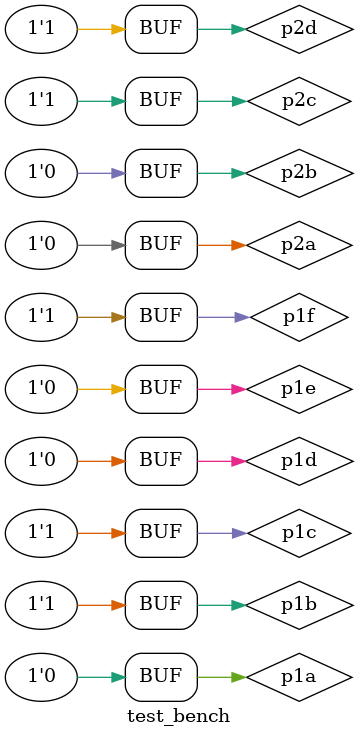
<source format=v>
module test_bench;
  
  reg p1a,p1b,p1c,p1d,p1e,p1f,p2a,p2b,p2c,p2d;
  wire p1y,p2y;
  
  top_module dut(p1a,p1b,p1c,p1d,p1e,p1f,p1y,p2a,p2b,p2c,p2d,p2y);
  
  initial begin
    #0  p1a=1'b0;p1b=1'b0;p1c=1'b0;p1d=1'b0;p1e=1'b0;p1f=1'b0;p2a=1'b0;p2b=1'b0;p2c=1'b0;p2d=1'b0;
    #20 p1a=1'b0;p1b=1'b0;p1c=1'b1;p1d=1'b0;p1e=1'b0;p1f=1'b0;p2a=1'b0;p2b=1'b0;p2c=1'b0;p2d=1'b1;
    #10 p1a=1'b0;p1b=1'b1;p1c=1'b0;p1d=1'b0;p1e=1'b0;p1f=1'b1;p2a=1'b0;p2b=1'b0;p2c=1'b1;p2d=1'b0;
    #10 p1a=1'b0;p1b=1'b1;p1c=1'b1;p1d=1'b0;p1e=1'b0;p1f=1'b1;p2a=1'b0;p2b=1'b0;p2c=1'b1;p2d=1'b1;
  end
  
  initial begin
    $dumpfile("test_bench.vcd");
    $dumpvars();
  end
  
  always@(*)
  $display("time=%d, p1a=%b, p1b=%b, p1c=%b, p1d=%b, p1e=%b, p1f=%b, p2a=%b, p2b=%b, p2c=%b, p2d=%b, p1y=%b, p2y=%b",$time,p1a,p1b,p1c,p1d,p1e,p1f,p2a,p2b,p2c,p2d,p1y,p2y);
  
endmodule

</source>
